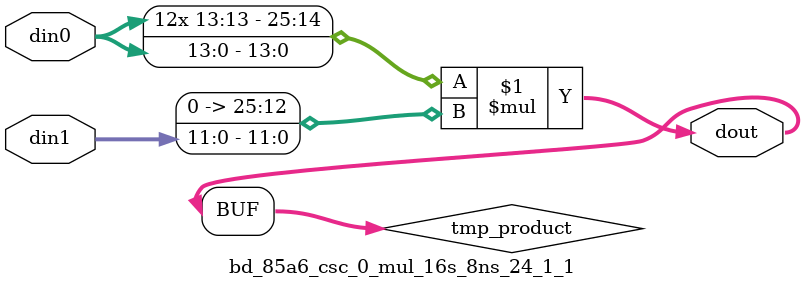
<source format=v>

`timescale 1 ns / 1 ps

  module bd_85a6_csc_0_mul_16s_8ns_24_1_1(din0, din1, dout);
parameter ID = 1;
parameter NUM_STAGE = 0;
parameter din0_WIDTH = 14;
parameter din1_WIDTH = 12;
parameter dout_WIDTH = 26;

input [din0_WIDTH - 1 : 0] din0; 
input [din1_WIDTH - 1 : 0] din1; 
output [dout_WIDTH - 1 : 0] dout;

wire signed [dout_WIDTH - 1 : 0] tmp_product;












assign tmp_product = $signed(din0) * $signed({1'b0, din1});









assign dout = tmp_product;







endmodule

</source>
